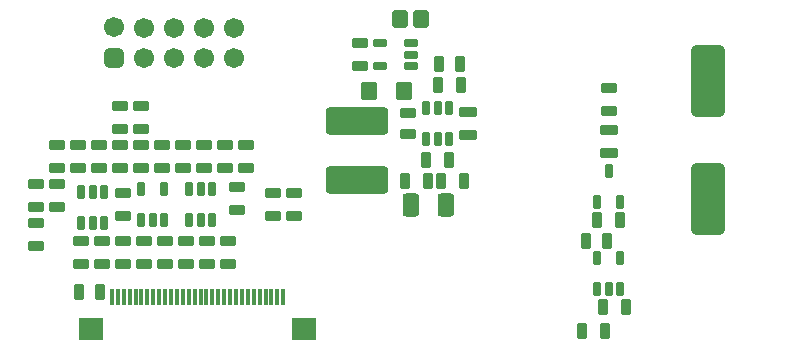
<source format=gts>
G04*
G04 #@! TF.GenerationSoftware,Altium Limited,Altium Designer,20.1.11 (218)*
G04*
G04 Layer_Color=8388736*
%FSLAX25Y25*%
%MOIN*%
G70*
G04*
G04 #@! TF.SameCoordinates,523F0657-F71E-4486-8054-8BA6F8F09657*
G04*
G04*
G04 #@! TF.FilePolarity,Negative*
G04*
G01*
G75*
G04:AMPARAMS|DCode=10|XSize=53.21mil|YSize=31.56mil|CornerRadius=4.76mil|HoleSize=0mil|Usage=FLASHONLY|Rotation=0.000|XOffset=0mil|YOffset=0mil|HoleType=Round|Shape=RoundedRectangle|*
%AMROUNDEDRECTD10*
21,1,0.05321,0.02205,0,0,0.0*
21,1,0.04370,0.03156,0,0,0.0*
1,1,0.00951,0.02185,-0.01102*
1,1,0.00951,-0.02185,-0.01102*
1,1,0.00951,-0.02185,0.01102*
1,1,0.00951,0.02185,0.01102*
%
%ADD10ROUNDEDRECTD10*%
G04:AMPARAMS|DCode=11|XSize=59.12mil|YSize=35.5mil|CornerRadius=5.15mil|HoleSize=0mil|Usage=FLASHONLY|Rotation=0.000|XOffset=0mil|YOffset=0mil|HoleType=Round|Shape=RoundedRectangle|*
%AMROUNDEDRECTD11*
21,1,0.05912,0.02520,0,0,0.0*
21,1,0.04882,0.03550,0,0,0.0*
1,1,0.01030,0.02441,-0.01260*
1,1,0.01030,-0.02441,-0.01260*
1,1,0.01030,-0.02441,0.01260*
1,1,0.01030,0.02441,0.01260*
%
%ADD11ROUNDEDRECTD11*%
G04:AMPARAMS|DCode=12|XSize=27.62mil|YSize=47.31mil|CornerRadius=4.36mil|HoleSize=0mil|Usage=FLASHONLY|Rotation=270.000|XOffset=0mil|YOffset=0mil|HoleType=Round|Shape=RoundedRectangle|*
%AMROUNDEDRECTD12*
21,1,0.02762,0.03858,0,0,270.0*
21,1,0.01890,0.04731,0,0,270.0*
1,1,0.00872,-0.01929,-0.00945*
1,1,0.00872,-0.01929,0.00945*
1,1,0.00872,0.01929,0.00945*
1,1,0.00872,0.01929,-0.00945*
%
%ADD12ROUNDEDRECTD12*%
G04:AMPARAMS|DCode=13|XSize=240.22mil|YSize=114.24mil|CornerRadius=18.54mil|HoleSize=0mil|Usage=FLASHONLY|Rotation=90.000|XOffset=0mil|YOffset=0mil|HoleType=Round|Shape=RoundedRectangle|*
%AMROUNDEDRECTD13*
21,1,0.24022,0.07717,0,0,90.0*
21,1,0.20315,0.11424,0,0,90.0*
1,1,0.03707,0.03858,0.10158*
1,1,0.03707,0.03858,-0.10158*
1,1,0.03707,-0.03858,-0.10158*
1,1,0.03707,-0.03858,0.10158*
%
%ADD13ROUNDEDRECTD13*%
%ADD14R,0.01581X0.05518*%
%ADD15R,0.08274X0.07487*%
G04:AMPARAMS|DCode=16|XSize=61.09mil|YSize=53.21mil|CornerRadius=11.84mil|HoleSize=0mil|Usage=FLASHONLY|Rotation=90.000|XOffset=0mil|YOffset=0mil|HoleType=Round|Shape=RoundedRectangle|*
%AMROUNDEDRECTD16*
21,1,0.06109,0.02953,0,0,90.0*
21,1,0.03740,0.05321,0,0,90.0*
1,1,0.02368,0.01476,0.01870*
1,1,0.02368,0.01476,-0.01870*
1,1,0.02368,-0.01476,-0.01870*
1,1,0.02368,-0.01476,0.01870*
%
%ADD16ROUNDEDRECTD16*%
G04:AMPARAMS|DCode=17|XSize=27.62mil|YSize=47.31mil|CornerRadius=4.36mil|HoleSize=0mil|Usage=FLASHONLY|Rotation=180.000|XOffset=0mil|YOffset=0mil|HoleType=Round|Shape=RoundedRectangle|*
%AMROUNDEDRECTD17*
21,1,0.02762,0.03858,0,0,180.0*
21,1,0.01890,0.04731,0,0,180.0*
1,1,0.00872,-0.00945,0.01929*
1,1,0.00872,0.00945,0.01929*
1,1,0.00872,0.00945,-0.01929*
1,1,0.00872,-0.00945,-0.01929*
%
%ADD17ROUNDEDRECTD17*%
G04:AMPARAMS|DCode=18|XSize=53.21mil|YSize=31.56mil|CornerRadius=4.76mil|HoleSize=0mil|Usage=FLASHONLY|Rotation=270.000|XOffset=0mil|YOffset=0mil|HoleType=Round|Shape=RoundedRectangle|*
%AMROUNDEDRECTD18*
21,1,0.05321,0.02205,0,0,270.0*
21,1,0.04370,0.03156,0,0,270.0*
1,1,0.00951,-0.01102,-0.02185*
1,1,0.00951,-0.01102,0.02185*
1,1,0.00951,0.01102,0.02185*
1,1,0.00951,0.01102,-0.02185*
%
%ADD18ROUNDEDRECTD18*%
G04:AMPARAMS|DCode=19|XSize=27.62mil|YSize=47.31mil|CornerRadius=7.91mil|HoleSize=0mil|Usage=FLASHONLY|Rotation=0.000|XOffset=0mil|YOffset=0mil|HoleType=Round|Shape=RoundedRectangle|*
%AMROUNDEDRECTD19*
21,1,0.02762,0.03150,0,0,0.0*
21,1,0.01181,0.04731,0,0,0.0*
1,1,0.01581,0.00591,-0.01575*
1,1,0.01581,-0.00591,-0.01575*
1,1,0.01581,-0.00591,0.01575*
1,1,0.01581,0.00591,0.01575*
%
%ADD19ROUNDEDRECTD19*%
G04:AMPARAMS|DCode=20|XSize=59.12mil|YSize=55.18mil|CornerRadius=7.12mil|HoleSize=0mil|Usage=FLASHONLY|Rotation=270.000|XOffset=0mil|YOffset=0mil|HoleType=Round|Shape=RoundedRectangle|*
%AMROUNDEDRECTD20*
21,1,0.05912,0.04095,0,0,270.0*
21,1,0.04488,0.05518,0,0,270.0*
1,1,0.01424,-0.02047,-0.02244*
1,1,0.01424,-0.02047,0.02244*
1,1,0.01424,0.02047,0.02244*
1,1,0.01424,0.02047,-0.02244*
%
%ADD20ROUNDEDRECTD20*%
G04:AMPARAMS|DCode=21|XSize=90.61mil|YSize=208.72mil|CornerRadius=10.66mil|HoleSize=0mil|Usage=FLASHONLY|Rotation=90.000|XOffset=0mil|YOffset=0mil|HoleType=Round|Shape=RoundedRectangle|*
%AMROUNDEDRECTD21*
21,1,0.09061,0.18740,0,0,90.0*
21,1,0.06929,0.20872,0,0,90.0*
1,1,0.02132,0.09370,0.03465*
1,1,0.02132,0.09370,-0.03465*
1,1,0.02132,-0.09370,-0.03465*
1,1,0.02132,-0.09370,0.03465*
%
%ADD21ROUNDEDRECTD21*%
G04:AMPARAMS|DCode=22|XSize=76.84mil|YSize=55.18mil|CornerRadius=9.68mil|HoleSize=0mil|Usage=FLASHONLY|Rotation=270.000|XOffset=0mil|YOffset=0mil|HoleType=Round|Shape=RoundedRectangle|*
%AMROUNDEDRECTD22*
21,1,0.07684,0.03583,0,0,270.0*
21,1,0.05748,0.05518,0,0,270.0*
1,1,0.01935,-0.01791,-0.02874*
1,1,0.01935,-0.01791,0.02874*
1,1,0.01935,0.01791,0.02874*
1,1,0.01935,0.01791,-0.02874*
%
%ADD22ROUNDEDRECTD22*%
G04:AMPARAMS|DCode=23|XSize=53.21mil|YSize=35.5mil|CornerRadius=5.15mil|HoleSize=0mil|Usage=FLASHONLY|Rotation=90.000|XOffset=0mil|YOffset=0mil|HoleType=Round|Shape=RoundedRectangle|*
%AMROUNDEDRECTD23*
21,1,0.05321,0.02520,0,0,90.0*
21,1,0.04291,0.03550,0,0,90.0*
1,1,0.01030,0.01260,0.02146*
1,1,0.01030,0.01260,-0.02146*
1,1,0.01030,-0.01260,-0.02146*
1,1,0.01030,-0.01260,0.02146*
%
%ADD23ROUNDEDRECTD23*%
G04:AMPARAMS|DCode=24|XSize=53.21mil|YSize=35.5mil|CornerRadius=5.15mil|HoleSize=0mil|Usage=FLASHONLY|Rotation=180.000|XOffset=0mil|YOffset=0mil|HoleType=Round|Shape=RoundedRectangle|*
%AMROUNDEDRECTD24*
21,1,0.05321,0.02520,0,0,180.0*
21,1,0.04291,0.03550,0,0,180.0*
1,1,0.01030,-0.02146,0.01260*
1,1,0.01030,0.02146,0.01260*
1,1,0.01030,0.02146,-0.01260*
1,1,0.01030,-0.02146,-0.01260*
%
%ADD24ROUNDEDRECTD24*%
G04:AMPARAMS|DCode=25|XSize=66.99mil|YSize=66.99mil|CornerRadius=17.75mil|HoleSize=0mil|Usage=FLASHONLY|Rotation=0.000|XOffset=0mil|YOffset=0mil|HoleType=Round|Shape=RoundedRectangle|*
%AMROUNDEDRECTD25*
21,1,0.06699,0.03150,0,0,0.0*
21,1,0.03150,0.06699,0,0,0.0*
1,1,0.03550,0.01575,-0.01575*
1,1,0.03550,-0.01575,-0.01575*
1,1,0.03550,-0.01575,0.01575*
1,1,0.03550,0.01575,0.01575*
%
%ADD25ROUNDEDRECTD25*%
%ADD26C,0.06699*%
%ADD27C,0.00400*%
D10*
X212000Y87260D02*
D03*
Y94740D02*
D03*
X129000Y102260D02*
D03*
Y109740D02*
D03*
X107000Y59740D02*
D03*
Y52260D02*
D03*
X100000Y59740D02*
D03*
Y52260D02*
D03*
X56000Y88709D02*
D03*
Y81228D02*
D03*
X88000Y54260D02*
D03*
Y61740D02*
D03*
X63000Y75709D02*
D03*
Y68228D02*
D03*
X56000Y75709D02*
D03*
Y68228D02*
D03*
X21000Y42260D02*
D03*
Y49740D02*
D03*
X64000Y43740D02*
D03*
Y36260D02*
D03*
X21000Y62740D02*
D03*
Y55260D02*
D03*
X42000Y75709D02*
D03*
Y68228D02*
D03*
X49000Y75709D02*
D03*
Y68228D02*
D03*
X78000Y43740D02*
D03*
Y36260D02*
D03*
X84000Y75709D02*
D03*
Y68228D02*
D03*
X91000Y68228D02*
D03*
Y75709D02*
D03*
X36000Y43740D02*
D03*
Y36260D02*
D03*
X35000Y75709D02*
D03*
Y68228D02*
D03*
X50000Y43740D02*
D03*
Y36260D02*
D03*
X70000Y75709D02*
D03*
Y68228D02*
D03*
X71000Y43740D02*
D03*
Y36260D02*
D03*
X28000Y68228D02*
D03*
Y75709D02*
D03*
X43000Y36260D02*
D03*
Y43740D02*
D03*
X57000Y36260D02*
D03*
Y43740D02*
D03*
X50000Y52260D02*
D03*
Y59740D02*
D03*
X28000Y55260D02*
D03*
Y62740D02*
D03*
X77000Y68228D02*
D03*
Y75709D02*
D03*
X49000Y88709D02*
D03*
Y81228D02*
D03*
X85000Y43740D02*
D03*
Y36260D02*
D03*
D11*
X212000Y80937D02*
D03*
Y73063D02*
D03*
X165000Y79063D02*
D03*
Y86937D02*
D03*
D12*
X135882Y102260D02*
D03*
Y109740D02*
D03*
X146118D02*
D03*
Y106000D02*
D03*
Y102260D02*
D03*
D13*
X245000Y97185D02*
D03*
Y57815D02*
D03*
D14*
X103543Y25189D02*
D03*
X101575D02*
D03*
X99606D02*
D03*
X97638D02*
D03*
X95669D02*
D03*
X93701D02*
D03*
X91732D02*
D03*
X81890D02*
D03*
X79921D02*
D03*
X77953D02*
D03*
X62205D02*
D03*
X60236D02*
D03*
X46457D02*
D03*
X48425D02*
D03*
X50394D02*
D03*
X52362D02*
D03*
X54331D02*
D03*
X56299D02*
D03*
X58268D02*
D03*
X64173D02*
D03*
X66142D02*
D03*
X68110D02*
D03*
X70079D02*
D03*
X72047D02*
D03*
X74016D02*
D03*
X75984D02*
D03*
X83858D02*
D03*
X85827D02*
D03*
X87795D02*
D03*
X89764D02*
D03*
D15*
X39370Y14362D02*
D03*
X110630D02*
D03*
D16*
X149445Y118000D02*
D03*
X142555D02*
D03*
D17*
X208260Y38118D02*
D03*
X215740D02*
D03*
Y27882D02*
D03*
X212000D02*
D03*
X208260D02*
D03*
X56260Y61118D02*
D03*
X63740D02*
D03*
Y50882D02*
D03*
X60000D02*
D03*
X56260D02*
D03*
X208260Y56882D02*
D03*
X215740D02*
D03*
X212000Y67118D02*
D03*
D18*
X210740Y14000D02*
D03*
X203260D02*
D03*
X155260Y96000D02*
D03*
X162740D02*
D03*
X163740Y64000D02*
D03*
X156260D02*
D03*
X151260Y71000D02*
D03*
X158740D02*
D03*
X210260Y22000D02*
D03*
X217740D02*
D03*
X215740Y51000D02*
D03*
X208260D02*
D03*
X151740Y64000D02*
D03*
X144260D02*
D03*
D19*
X43740Y60118D02*
D03*
Y49882D02*
D03*
X79740Y61118D02*
D03*
X72260D02*
D03*
Y50882D02*
D03*
X79740D02*
D03*
X40000Y49882D02*
D03*
X36260D02*
D03*
Y60118D02*
D03*
X40000D02*
D03*
X151260Y88118D02*
D03*
X155000D02*
D03*
X158740D02*
D03*
Y77882D02*
D03*
X155000D02*
D03*
X151260D02*
D03*
X76000Y50882D02*
D03*
Y61118D02*
D03*
D20*
X132095Y94000D02*
D03*
X143905D02*
D03*
D21*
X128000Y83842D02*
D03*
Y64157D02*
D03*
D22*
X146291Y56000D02*
D03*
X157709D02*
D03*
D23*
X35457Y27000D02*
D03*
X42543D02*
D03*
X162543Y103000D02*
D03*
X155457D02*
D03*
X204457Y44000D02*
D03*
X211543D02*
D03*
D24*
X145000Y79457D02*
D03*
Y86543D02*
D03*
D25*
X47000Y105000D02*
D03*
D26*
Y115118D02*
D03*
X57000Y105000D02*
D03*
Y115000D02*
D03*
X67000Y105000D02*
D03*
Y115000D02*
D03*
X77000Y105000D02*
D03*
Y115000D02*
D03*
X87000Y105000D02*
D03*
Y115000D02*
D03*
D27*
X271654Y15748D02*
D03*
X15748D02*
D03*
M02*

</source>
